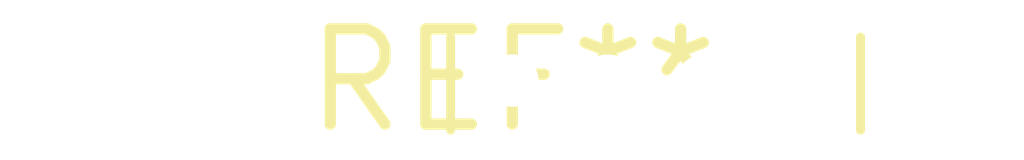
<source format=kicad_pcb>
(kicad_pcb (version 20240108) (generator pcbnew)
  (layers (0 "F.Cu" signal) (31 "B.Cu" signal) (34 "B.Paste" user) (35 "F.Paste" user) (36 "B.SilkS" user "B.Silkscreen") (37 "F.SilkS" user "F.Silkscreen") (38 "B.Mask" user) (39 "F.Mask" user) (44 "Edge.Cuts" user))
  (net 0 "")
  (footprint "Allegro_SIP-4" (layer "F.Cu") (at 0 0)
    (property "Reference" "REF**")
    (property "Value" "Allegro_SIP-4")
    (fp_line (start -0.82 0.66) (end -0.82 -0.58) (layer "F.SilkS") (stroke (width 0.12)))
    (fp_line (start 4.63 -0.58) (end 4.63 0.66) (layer "F.SilkS") (stroke (width 0.12)))
    (pad "1" thru_hole rect (at 0 0) (size 1 1.6) (drill 0.7) (layers *.Cu *.Mask) (remove_unused_layers))
    (pad "2" thru_hole oval (at 1.27 0) (size 1 1.6) (drill 0.7) (layers *.Cu *.Mask) (remove_unused_layers))
    (pad "3" thru_hole oval (at 2.54 0) (size 1 1.6) (drill 0.7) (layers *.Cu *.Mask) (remove_unused_layers))
    (pad "4" thru_hole oval (at 3.81 0) (size 1 1.6) (drill 0.7) (layers *.Cu *.Mask) (remove_unused_layers))
  )
)
</source>
